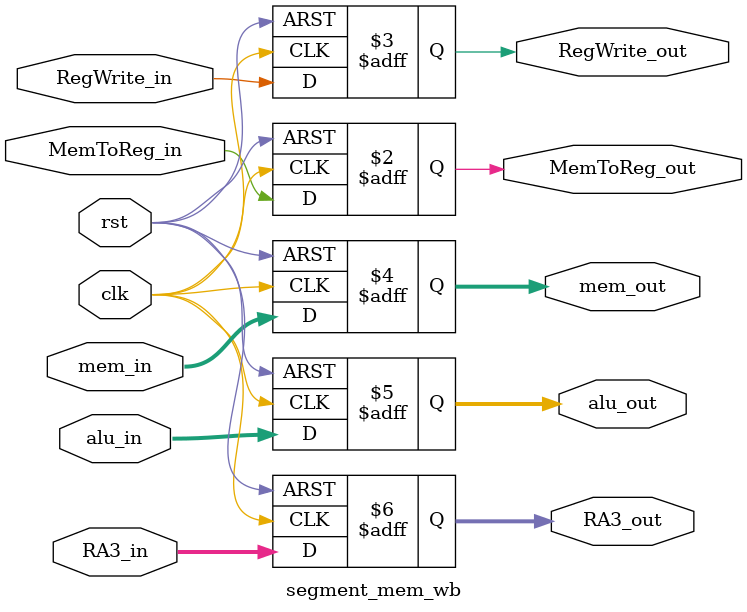
<source format=sv>
module segment_mem_wb (input logic clk, rst,
								input logic MemToReg_in, RegWrite_in,
								input logic [31:0] mem_in, alu_in,
								input logic [3:0] RA3_in,
								output logic MemToReg_out, RegWrite_out,
								output logic [31:0] mem_out, alu_out,
								output logic [3:0] RA3_out);
			
	always_ff@(negedge clk, posedge rst)
		if(rst)
			begin
				MemToReg_out = 0;
				RegWrite_out = 0;
				mem_out = 0;
				alu_out = 0;
				RA3_out = 0;
			end
			
		else 
			begin
				MemToReg_out = MemToReg_in;
				RegWrite_out = RegWrite_in;
				mem_out = mem_in;
				alu_out = alu_in;
				RA3_out = RA3_in;
			end
		
endmodule

</source>
